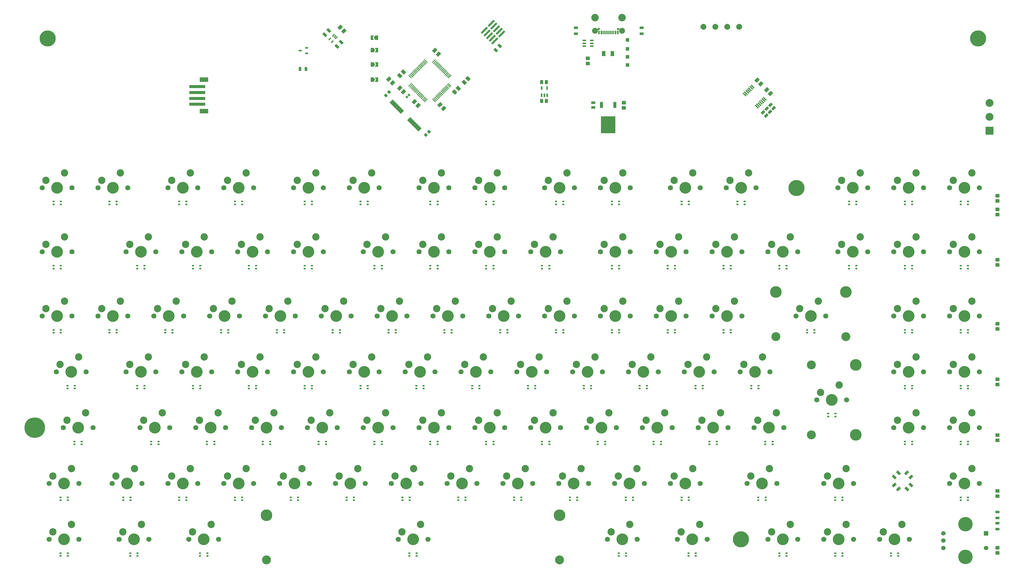
<source format=gts>
G04 #@! TF.GenerationSoftware,KiCad,Pcbnew,7.0.8*
G04 #@! TF.CreationDate,2024-02-16T20:15:50-06:00*
G04 #@! TF.ProjectId,VesselV3,56657373-656c-4563-932e-6b696361645f,3.0*
G04 #@! TF.SameCoordinates,Original*
G04 #@! TF.FileFunction,Soldermask,Top*
G04 #@! TF.FilePolarity,Negative*
%FSLAX46Y46*%
G04 Gerber Fmt 4.6, Leading zero omitted, Abs format (unit mm)*
G04 Created by KiCad (PCBNEW 7.0.8) date 2024-02-16 20:15:50*
%MOMM*%
%LPD*%
G01*
G04 APERTURE LIST*
G04 Aperture macros list*
%AMRoundRect*
0 Rectangle with rounded corners*
0 $1 Rounding radius*
0 $2 $3 $4 $5 $6 $7 $8 $9 X,Y pos of 4 corners*
0 Add a 4 corners polygon primitive as box body*
4,1,4,$2,$3,$4,$5,$6,$7,$8,$9,$2,$3,0*
0 Add four circle primitives for the rounded corners*
1,1,$1+$1,$2,$3*
1,1,$1+$1,$4,$5*
1,1,$1+$1,$6,$7*
1,1,$1+$1,$8,$9*
0 Add four rect primitives between the rounded corners*
20,1,$1+$1,$2,$3,$4,$5,0*
20,1,$1+$1,$4,$5,$6,$7,0*
20,1,$1+$1,$6,$7,$8,$9,0*
20,1,$1+$1,$8,$9,$2,$3,0*%
%AMRotRect*
0 Rectangle, with rotation*
0 The origin of the aperture is its center*
0 $1 length*
0 $2 width*
0 $3 Rotation angle, in degrees counterclockwise*
0 Add horizontal line*
21,1,$1,$2,0,0,$3*%
%AMFreePoly0*
4,1,6,1.000000,0.000000,0.500000,-0.750000,-0.500000,-0.750000,-0.500000,0.750000,0.500000,0.750000,1.000000,0.000000,1.000000,0.000000,$1*%
%AMFreePoly1*
4,1,6,0.500000,-0.750000,-0.650000,-0.750000,-0.150000,0.000000,-0.650000,0.750000,0.500000,0.750000,0.500000,-0.750000,0.500000,-0.750000,$1*%
G04 Aperture macros list end*
%ADD10RotRect,0.950000X1.450000X45.000000*%
%ADD11C,1.750000*%
%ADD12C,4.000000*%
%ADD13C,2.500000*%
%ADD14RotRect,1.150000X1.450000X45.000000*%
%ADD15R,0.647700X0.609600*%
%ADD16R,0.950000X1.450000*%
%ADD17FreePoly0,0.000000*%
%ADD18FreePoly1,0.000000*%
%ADD19RotRect,1.150000X1.450000X135.000000*%
%ADD20C,0.800000*%
%ADD21R,0.600000X1.250000*%
%ADD22R,0.300000X1.250000*%
%ADD23C,2.000000*%
%ADD24C,2.565000*%
%ADD25R,1.390000X0.910000*%
%ADD26R,1.200000X1.200000*%
%ADD27RotRect,0.650000X2.850000X135.000000*%
%ADD28RotRect,0.450000X1.475000X45.000000*%
%ADD29R,1.020000X1.470000*%
%ADD30RoundRect,0.102000X1.237500X-1.237500X1.237500X1.237500X-1.237500X1.237500X-1.237500X-1.237500X0*%
%ADD31C,2.679000*%
%ADD32R,1.450000X1.150000*%
%ADD33RotRect,0.910000X1.390000X315.000000*%
%ADD34R,1.000000X2.100000*%
%ADD35R,4.900000X5.850000*%
%ADD36R,1.220000X1.200000*%
%ADD37R,1.050000X0.600000*%
%ADD38RotRect,0.950000X1.000000X225.000000*%
%ADD39RotRect,0.300000X1.475000X135.000000*%
%ADD40RotRect,0.300000X1.475000X45.000000*%
%ADD41RotRect,1.150000X1.450000X315.000000*%
%ADD42FreePoly0,180.000000*%
%ADD43FreePoly1,180.000000*%
%ADD44C,3.048000*%
%ADD45C,3.987800*%
%ADD46R,1.450000X0.950000*%
%ADD47R,0.600000X1.200000*%
%ADD48R,1.400000X0.950000*%
%ADD49RotRect,0.950000X1.450000X135.000000*%
%ADD50C,7.000000*%
%ADD51C,5.500000*%
%ADD52RotRect,0.400000X1.050000X315.000000*%
%ADD53R,1.200000X0.600000*%
%ADD54RotRect,0.950000X1.400000X225.000000*%
%ADD55RotRect,1.150000X1.450000X225.000000*%
%ADD56RotRect,1.500000X5.500000X45.000000*%
%ADD57R,1.160000X1.820000*%
%ADD58R,1.500000X1.500000*%
%ADD59C,1.500000*%
%ADD60C,4.920000*%
%ADD61RoundRect,0.102000X0.031820X-0.392444X0.392444X-0.031820X-0.031820X0.392444X-0.392444X0.031820X0*%
%ADD62R,5.500000X1.000000*%
%ADD63R,3.000000X1.600000*%
G04 APERTURE END LIST*
D10*
X343136793Y-185928007D03*
X344551007Y-184513793D03*
D11*
X200025000Y-87153700D03*
D12*
X205105000Y-87153700D03*
D11*
X210185000Y-87153700D03*
D13*
X201295000Y-84613700D03*
X207645000Y-82073700D03*
D11*
X361950000Y-169068700D03*
D12*
X367030000Y-169068700D03*
D11*
X372110000Y-169068700D03*
D13*
X363220000Y-166528700D03*
X369570000Y-163988700D03*
D14*
X193037208Y-54485792D03*
X194310000Y-53213000D03*
D15*
X177673050Y-211868701D03*
X177673050Y-212868699D03*
X180149550Y-212868699D03*
X180149550Y-211868701D03*
D11*
X338137500Y-207168700D03*
D12*
X343217500Y-207168700D03*
D11*
X348297500Y-207168700D03*
D13*
X339407500Y-204628700D03*
X345757500Y-202088700D03*
D10*
X148772793Y-34961707D03*
X150187007Y-33547493D03*
D16*
X140329000Y-46615000D03*
X142329000Y-46615000D03*
D10*
X347382693Y-190009207D03*
X348796907Y-188594993D03*
D17*
X164999000Y-50295000D03*
D18*
X166449000Y-50295000D03*
D11*
X54768800Y-207168700D03*
D12*
X59848800Y-207168700D03*
D11*
X64928800Y-207168700D03*
D13*
X56038800Y-204628700D03*
X62388800Y-202088700D03*
D11*
X190500000Y-188118700D03*
D12*
X195580000Y-188118700D03*
D11*
X200660000Y-188118700D03*
D13*
X191770000Y-185578700D03*
X198120000Y-183038700D03*
D11*
X142875000Y-169068700D03*
D12*
X147955000Y-169068700D03*
D11*
X153035000Y-169068700D03*
D13*
X144145000Y-166528700D03*
X150495000Y-163988700D03*
D19*
X180595396Y-59056396D03*
X179322604Y-57783604D03*
D11*
X342900000Y-150018700D03*
D12*
X347980000Y-150018700D03*
D11*
X353060000Y-150018700D03*
D13*
X344170000Y-147478700D03*
X350520000Y-144938700D03*
D15*
X139668250Y-193818699D03*
X139668250Y-192818701D03*
X137191750Y-192818701D03*
X137191750Y-193818699D03*
D20*
X248880000Y-33023000D03*
X242280000Y-33023000D03*
D21*
X248780000Y-34158000D03*
X247980000Y-34158000D03*
D22*
X246830000Y-34158000D03*
X245830000Y-34158000D03*
X245330000Y-34158000D03*
X244330000Y-34158000D03*
D21*
X243180000Y-34158000D03*
X242380000Y-34158000D03*
D22*
X243830000Y-34158000D03*
X244830000Y-34158000D03*
X246330000Y-34158000D03*
X247330000Y-34158000D03*
D23*
X250190000Y-33583000D03*
X240970000Y-33583000D03*
D24*
X250190000Y-29083000D03*
X240970000Y-29083000D03*
D15*
X168243250Y-114761199D03*
X168243250Y-113761201D03*
X165766750Y-113761201D03*
X165766750Y-114761199D03*
X151479250Y-135668701D03*
X151479250Y-136668699D03*
X153955750Y-136668699D03*
X153955750Y-135668701D03*
X63373050Y-173768701D03*
X63373050Y-174768699D03*
X65849550Y-174768699D03*
X65849550Y-173768701D03*
D11*
X119062500Y-150018700D03*
D12*
X124142500Y-150018700D03*
D11*
X129222500Y-150018700D03*
D13*
X120332500Y-147478700D03*
X126682500Y-144938700D03*
D11*
X123825000Y-169068700D03*
D12*
X128905000Y-169068700D03*
D11*
X133985000Y-169068700D03*
D13*
X125095000Y-166528700D03*
X131445000Y-163988700D03*
D11*
X228600000Y-188118700D03*
D12*
X233680000Y-188118700D03*
D11*
X238760000Y-188118700D03*
D13*
X229870000Y-185578700D03*
X236220000Y-183038700D03*
D11*
X166687500Y-130968700D03*
D12*
X171767500Y-130968700D03*
D11*
X176847500Y-130968700D03*
D13*
X167957500Y-128428700D03*
X174307500Y-125888700D03*
D11*
X185737500Y-130968700D03*
D12*
X190817500Y-130968700D03*
D11*
X195897500Y-130968700D03*
D13*
X187007500Y-128428700D03*
X193357500Y-125888700D03*
D11*
X269081300Y-207168700D03*
D12*
X274161300Y-207168700D03*
D11*
X279241300Y-207168700D03*
D13*
X270351300Y-204628700D03*
X276701300Y-202088700D03*
D11*
X361950000Y-150018700D03*
D12*
X367030000Y-150018700D03*
D11*
X372110000Y-150018700D03*
D13*
X363220000Y-147478700D03*
X369570000Y-144938700D03*
D15*
X161004250Y-91853701D03*
X161004250Y-92853699D03*
X163480750Y-92853699D03*
X163480750Y-91853701D03*
D11*
X90487500Y-130968700D03*
D12*
X95567500Y-130968700D03*
D11*
X100647500Y-130968700D03*
D13*
X91757500Y-128428700D03*
X98107500Y-125888700D03*
D25*
X240393000Y-58130600D03*
X240393000Y-59770600D03*
D15*
X163480750Y-155718699D03*
X163480750Y-154718701D03*
X161004250Y-154718701D03*
X161004250Y-155718699D03*
D11*
X52387500Y-130968700D03*
D12*
X57467500Y-130968700D03*
D11*
X62547500Y-130968700D03*
D13*
X53657500Y-128428700D03*
X60007500Y-125888700D03*
D15*
X184816750Y-173768701D03*
X184816750Y-174768699D03*
X187293250Y-174768699D03*
X187293250Y-173768701D03*
X287305750Y-114761199D03*
X287305750Y-113761201D03*
X284829250Y-113761201D03*
X284829250Y-114761199D03*
X239680750Y-155718699D03*
X239680750Y-154718701D03*
X237204250Y-154718701D03*
X237204250Y-155718699D03*
D11*
X180975000Y-109061200D03*
D12*
X186055000Y-109061200D03*
D11*
X191135000Y-109061200D03*
D13*
X182245000Y-106521200D03*
X188595000Y-103981200D03*
D15*
X177768250Y-193818699D03*
X177768250Y-192818701D03*
X175291750Y-192818701D03*
X175291750Y-193818699D03*
D11*
X138112500Y-87153700D03*
D12*
X143192500Y-87153700D03*
D11*
X148272500Y-87153700D03*
D13*
X139382500Y-84613700D03*
X145732500Y-82073700D03*
D26*
X252095000Y-45269000D03*
X252095000Y-42469000D03*
D27*
X209187055Y-34689047D03*
X206818247Y-37057855D03*
X208289029Y-33791022D03*
X205920222Y-36159829D03*
X207391004Y-32892996D03*
X205022196Y-35261804D03*
X206492978Y-31994971D03*
X204124171Y-34363778D03*
X205594953Y-31096945D03*
X203226145Y-33465753D03*
D28*
X294784879Y-52632162D03*
X294325259Y-53091781D03*
X293865640Y-53551401D03*
X293406020Y-54011020D03*
X292946401Y-54470640D03*
X292486781Y-54930259D03*
X292027162Y-55389879D03*
X296182121Y-59544838D03*
X296641741Y-59085219D03*
X297101360Y-58625599D03*
X297560980Y-58165980D03*
X298020599Y-57706360D03*
X298480219Y-57246741D03*
X298939838Y-56787121D03*
D29*
X222769000Y-57575000D03*
X224389000Y-57575000D03*
D15*
X182530750Y-155718699D03*
X182530750Y-154718701D03*
X180054250Y-154718701D03*
X180054250Y-155718699D03*
D11*
X52387500Y-87153700D03*
D12*
X57467500Y-87153700D03*
D11*
X62547500Y-87153700D03*
D13*
X53657500Y-84613700D03*
X60007500Y-82073700D03*
D11*
X80962500Y-150018700D03*
D12*
X86042500Y-150018700D03*
D11*
X91122500Y-150018700D03*
D13*
X82232500Y-147478700D03*
X88582500Y-144938700D03*
D19*
X300863000Y-54991000D03*
X299590208Y-53718208D03*
D11*
X245268800Y-207168700D03*
D12*
X250348800Y-207168700D03*
D11*
X255428800Y-207168700D03*
D13*
X246538800Y-204628700D03*
X252888800Y-202088700D03*
D15*
X215868250Y-193818699D03*
X215868250Y-192818701D03*
X213391750Y-192818701D03*
X213391750Y-193818699D03*
X144430750Y-114761199D03*
X144430750Y-113761201D03*
X141954250Y-113761201D03*
X141954250Y-114761199D03*
D23*
X286117000Y-32232600D03*
D15*
X203866750Y-173768701D03*
X203866750Y-174768699D03*
X206343250Y-174768699D03*
X206343250Y-173768701D03*
X322929250Y-211868701D03*
X322929250Y-212868699D03*
X325405750Y-212868699D03*
X325405750Y-211868701D03*
D30*
X375651500Y-67742000D03*
D31*
X375651500Y-62992000D03*
X375651500Y-58242000D03*
D11*
X361950000Y-87153700D03*
D12*
X367030000Y-87153700D03*
D11*
X372110000Y-87153700D03*
D13*
X363220000Y-84613700D03*
X369570000Y-82073700D03*
D15*
X253968250Y-193818699D03*
X253968250Y-192818701D03*
X251491750Y-192818701D03*
X251491750Y-193818699D03*
X249110550Y-211868701D03*
X249110550Y-212868699D03*
X251587050Y-212868699D03*
X251587050Y-211868701D03*
D10*
X152963793Y-38898707D03*
X154378007Y-37484493D03*
D15*
X368268250Y-114761199D03*
X368268250Y-113761201D03*
X365791750Y-113761201D03*
X365791750Y-114761199D03*
X220630750Y-155718699D03*
X220630750Y-154718701D03*
X218154250Y-154718701D03*
X218154250Y-155718699D03*
D32*
X378333000Y-173377000D03*
X378333000Y-171577000D03*
D23*
X290167000Y-32232600D03*
D17*
X164996200Y-45125000D03*
D18*
X166446200Y-45125000D03*
D11*
X292893800Y-188118700D03*
D12*
X297973800Y-188118700D03*
D11*
X303053800Y-188118700D03*
D13*
X294163800Y-185578700D03*
X300513800Y-183038700D03*
D11*
X76200000Y-188118700D03*
D12*
X81280000Y-188118700D03*
D11*
X86360000Y-188118700D03*
D13*
X77470000Y-185578700D03*
X83820000Y-183038700D03*
D11*
X309562500Y-130968700D03*
D12*
X314642500Y-130968700D03*
D11*
X319722500Y-130968700D03*
D13*
X310832500Y-128428700D03*
X317182500Y-125888700D03*
D15*
X272923050Y-211868701D03*
X272923050Y-212868699D03*
X275399550Y-212868699D03*
X275399550Y-211868701D03*
D32*
X378333000Y-91694000D03*
X378333000Y-89894000D03*
X378333000Y-135382000D03*
X378333000Y-133582000D03*
D15*
X323024550Y-165243699D03*
X323024550Y-164243701D03*
X320548050Y-164243701D03*
X320548050Y-165243699D03*
X327691750Y-91853701D03*
X327691750Y-92853699D03*
X330168250Y-92853699D03*
X330168250Y-91853701D03*
X101568250Y-193818699D03*
X101568250Y-192818701D03*
X99091750Y-192818701D03*
X99091750Y-193818699D03*
D11*
X223837500Y-87153700D03*
D12*
X228917500Y-87153700D03*
D11*
X233997500Y-87153700D03*
D13*
X225107500Y-84613700D03*
X231457500Y-82073700D03*
D15*
X106330750Y-114761199D03*
X106330750Y-113761201D03*
X103854250Y-113761201D03*
X103854250Y-114761199D03*
D11*
X300037500Y-207168700D03*
D12*
X305117500Y-207168700D03*
D11*
X310197500Y-207168700D03*
D13*
X301307500Y-204628700D03*
X307657500Y-202088700D03*
D33*
X298276572Y-61421572D03*
X299436228Y-62581228D03*
D34*
X247771000Y-58896000D03*
X243211000Y-58896000D03*
D35*
X245491000Y-65696000D03*
D29*
X222779000Y-51145000D03*
X224399000Y-51145000D03*
D15*
X82518250Y-193818699D03*
X82518250Y-192818701D03*
X80041750Y-192818701D03*
X80041750Y-193818699D03*
X365791750Y-91853701D03*
X365791750Y-92853699D03*
X368268250Y-92853699D03*
X368268250Y-91853701D03*
X144430750Y-155718699D03*
X144430750Y-154718701D03*
X141954250Y-154718701D03*
X141954250Y-155718699D03*
D11*
X114300000Y-188118700D03*
D12*
X119380000Y-188118700D03*
D11*
X124460000Y-188118700D03*
D13*
X115570000Y-185578700D03*
X121920000Y-183038700D03*
D15*
X158718250Y-193818699D03*
X158718250Y-192818701D03*
X156241750Y-192818701D03*
X156241750Y-193818699D03*
D36*
X252095000Y-39803000D03*
X252095000Y-36703000D03*
D15*
X201580750Y-155718699D03*
X201580750Y-154718701D03*
X199104250Y-154718701D03*
X199104250Y-155718699D03*
X227679250Y-135668701D03*
X227679250Y-136668699D03*
X230155750Y-136668699D03*
X230155750Y-135668701D03*
D37*
X142579000Y-41315000D03*
X142579000Y-39415000D03*
X140379000Y-40365000D03*
D38*
X170718485Y-54538415D03*
X169587115Y-55669785D03*
D32*
X238506000Y-43002200D03*
X238506000Y-44802200D03*
D11*
X171450000Y-188118700D03*
D12*
X176530000Y-188118700D03*
D11*
X181610000Y-188118700D03*
D13*
X172720000Y-185578700D03*
X179070000Y-183038700D03*
D17*
X164996200Y-40225000D03*
D18*
X166446200Y-40225000D03*
D39*
X177948971Y-52078728D03*
X178302524Y-52432282D03*
X178656078Y-52785835D03*
X179009631Y-53139388D03*
X179363184Y-53492942D03*
X179716738Y-53846495D03*
X180070291Y-54200049D03*
X180423845Y-54553602D03*
X180777398Y-54907155D03*
X181130951Y-55260709D03*
X181484505Y-55614262D03*
X181838058Y-55967816D03*
X182191612Y-56321369D03*
X182545165Y-56674922D03*
X182898718Y-57028476D03*
X183252272Y-57382029D03*
D40*
X186063728Y-57382029D03*
X186417282Y-57028476D03*
X186770835Y-56674922D03*
X187124388Y-56321369D03*
X187477942Y-55967816D03*
X187831495Y-55614262D03*
X188185049Y-55260709D03*
X188538602Y-54907155D03*
X188892155Y-54553602D03*
X189245709Y-54200049D03*
X189599262Y-53846495D03*
X189952816Y-53492942D03*
X190306369Y-53139388D03*
X190659922Y-52785835D03*
X191013476Y-52432282D03*
X191367029Y-52078728D03*
D39*
X191367029Y-49267272D03*
X191013476Y-48913718D03*
X190659922Y-48560165D03*
X190306369Y-48206612D03*
X189952816Y-47853058D03*
X189599262Y-47499505D03*
X189245709Y-47145951D03*
X188892155Y-46792398D03*
X188538602Y-46438845D03*
X188185049Y-46085291D03*
X187831495Y-45731738D03*
X187477942Y-45378184D03*
X187124388Y-45024631D03*
X186770835Y-44671078D03*
X186417282Y-44317524D03*
X186063728Y-43963971D03*
D40*
X183252272Y-43963971D03*
X182898718Y-44317524D03*
X182545165Y-44671078D03*
X182191612Y-45024631D03*
X181838058Y-45378184D03*
X181484505Y-45731738D03*
X181130951Y-46085291D03*
X180777398Y-46438845D03*
X180423845Y-46792398D03*
X180070291Y-47145951D03*
X179716738Y-47499505D03*
X179363184Y-47853058D03*
X179009631Y-48206612D03*
X178656078Y-48560165D03*
X178302524Y-48913718D03*
X177948971Y-49267272D03*
D11*
X247650000Y-188118700D03*
D12*
X252730000Y-188118700D03*
D11*
X257810000Y-188118700D03*
D13*
X248920000Y-185578700D03*
X255270000Y-183038700D03*
D11*
X319087500Y-188118700D03*
D12*
X324167500Y-188118700D03*
D11*
X329247500Y-188118700D03*
D13*
X320357500Y-185578700D03*
X326707500Y-183038700D03*
D15*
X75279250Y-91853701D03*
X75279250Y-92853699D03*
X77755750Y-92853699D03*
X77755750Y-91853701D03*
D41*
X296291000Y-50419000D03*
X297563792Y-51691792D03*
D11*
X157162500Y-150018700D03*
D12*
X162242500Y-150018700D03*
D11*
X167322500Y-150018700D03*
D13*
X158432500Y-147478700D03*
X164782500Y-144938700D03*
D15*
X365791750Y-173768701D03*
X365791750Y-174768699D03*
X368268250Y-174768699D03*
X368268250Y-173768701D03*
D32*
X378333000Y-113560000D03*
X378333000Y-111760000D03*
D15*
X325405750Y-193818699D03*
X325405750Y-192818701D03*
X322929250Y-192818701D03*
X322929250Y-193818699D03*
D38*
X184376785Y-68058115D03*
X183245415Y-69189485D03*
D15*
X75279250Y-135668701D03*
X75279250Y-136668699D03*
X77755750Y-136668699D03*
X77755750Y-135668701D03*
X165766750Y-173768701D03*
X165766750Y-174768699D03*
X168243250Y-174768699D03*
X168243250Y-173768701D03*
D11*
X52387500Y-109061200D03*
D12*
X57467500Y-109061200D03*
D11*
X62547500Y-109061200D03*
D13*
X53657500Y-106521200D03*
X60007500Y-103981200D03*
D11*
X290512500Y-150018700D03*
D12*
X295592500Y-150018700D03*
D11*
X300672500Y-150018700D03*
D13*
X291782500Y-147478700D03*
X298132500Y-144938700D03*
D15*
X89566750Y-173768701D03*
X89566750Y-174768699D03*
X92043250Y-174768699D03*
X92043250Y-173768701D03*
D42*
X166448400Y-35941000D03*
D43*
X164998400Y-35941000D03*
D15*
X63468250Y-155718699D03*
X63468250Y-154718701D03*
X60991750Y-154718701D03*
X60991750Y-155718699D03*
D11*
X342900000Y-109061200D03*
D12*
X347980000Y-109061200D03*
D11*
X353060000Y-109061200D03*
D13*
X344170000Y-106521200D03*
X350520000Y-103981200D03*
D44*
X326580500Y-137953700D03*
D45*
X326580500Y-122743700D03*
D44*
X302704500Y-137953700D03*
D45*
X302704500Y-122743700D03*
D11*
X219075000Y-109061200D03*
D12*
X224155000Y-109061200D03*
D11*
X229235000Y-109061200D03*
D13*
X220345000Y-106521200D03*
X226695000Y-103981200D03*
D15*
X99091750Y-91853701D03*
X99091750Y-92853699D03*
X101568250Y-92853699D03*
X101568250Y-91853701D03*
D11*
X157162500Y-87153700D03*
D12*
X162242500Y-87153700D03*
D11*
X167322500Y-87153700D03*
D13*
X158432500Y-84613700D03*
X164782500Y-82073700D03*
D11*
X80962500Y-109061200D03*
D12*
X86042500Y-109061200D03*
D11*
X91122500Y-109061200D03*
D13*
X82232500Y-106521200D03*
X88582500Y-103981200D03*
D15*
X368268250Y-193818699D03*
X368268250Y-192818701D03*
X365791750Y-192818701D03*
X365791750Y-193818699D03*
D11*
X114300000Y-87153700D03*
D12*
X119380000Y-87153700D03*
D11*
X124460000Y-87153700D03*
D13*
X115570000Y-84613700D03*
X121920000Y-82073700D03*
D11*
X180975000Y-169068700D03*
D12*
X186055000Y-169068700D03*
D11*
X191135000Y-169068700D03*
D13*
X182245000Y-166528700D03*
X188595000Y-163988700D03*
D11*
X261937500Y-130968700D03*
D12*
X267017500Y-130968700D03*
D11*
X272097500Y-130968700D03*
D13*
X263207500Y-128428700D03*
X269557500Y-125888700D03*
D15*
X196818250Y-193818699D03*
X196818250Y-192818701D03*
X194341750Y-192818701D03*
X194341750Y-193818699D03*
X146716750Y-173768701D03*
X146716750Y-174768699D03*
X149193250Y-174768699D03*
X149193250Y-173768701D03*
D11*
X119062500Y-109061200D03*
D12*
X124142500Y-109061200D03*
D11*
X129222500Y-109061200D03*
D13*
X120332500Y-106521200D03*
X126682500Y-103981200D03*
D11*
X271462500Y-150018700D03*
D12*
X276542500Y-150018700D03*
D11*
X281622500Y-150018700D03*
D13*
X272732500Y-147478700D03*
X279082500Y-144938700D03*
D46*
X378333000Y-199882000D03*
X378333000Y-197882000D03*
D33*
X299546572Y-60151572D03*
X300706228Y-61311228D03*
D11*
X223837500Y-130968700D03*
D12*
X228917500Y-130968700D03*
D11*
X233997500Y-130968700D03*
D13*
X225107500Y-128428700D03*
X231457500Y-125888700D03*
D11*
X204787500Y-130968700D03*
D12*
X209867500Y-130968700D03*
D11*
X214947500Y-130968700D03*
D13*
X206057500Y-128428700D03*
X212407500Y-125888700D03*
D15*
X241966750Y-173768701D03*
X241966750Y-174768699D03*
X244443250Y-174768699D03*
X244443250Y-173768701D03*
X125380750Y-155718699D03*
X125380750Y-154718701D03*
X122904250Y-154718701D03*
X122904250Y-155718699D03*
D11*
X161925000Y-109061200D03*
D12*
X167005000Y-109061200D03*
D11*
X172085000Y-109061200D03*
D13*
X163195000Y-106521200D03*
X169545000Y-103981200D03*
D33*
X300816572Y-58881572D03*
X301976228Y-60041228D03*
D11*
X316706300Y-159543700D03*
D12*
X321786300Y-159543700D03*
D11*
X326866300Y-159543700D03*
D13*
X317976300Y-157003700D03*
X324326300Y-154463700D03*
D47*
X222779000Y-55625000D03*
X223729000Y-55625000D03*
X224679000Y-55625000D03*
X224679000Y-53125000D03*
X222779000Y-53125000D03*
D15*
X341979250Y-211868701D03*
X341979250Y-212868699D03*
X344455750Y-212868699D03*
X344455750Y-211868701D03*
D48*
X256921000Y-34613600D03*
X256921000Y-32613600D03*
D49*
X348742007Y-185928007D03*
X347327793Y-184513793D03*
D50*
X49784000Y-169025000D03*
D15*
X296830750Y-155718699D03*
X296830750Y-154718701D03*
X294354250Y-154718701D03*
X294354250Y-155718699D03*
X268255750Y-114761199D03*
X268255750Y-113761201D03*
X265779250Y-113761201D03*
X265779250Y-114761199D03*
D44*
X314801300Y-171481700D03*
D45*
X330011300Y-171481700D03*
D44*
X314801300Y-147605700D03*
D45*
X330011300Y-147605700D03*
D15*
X303879250Y-211868701D03*
X303879250Y-212868699D03*
X306355750Y-212868699D03*
X306355750Y-211868701D03*
X346741750Y-173768701D03*
X346741750Y-174768699D03*
X349218250Y-174768699D03*
X349218250Y-173768701D03*
D11*
X280987500Y-109061200D03*
D12*
X286067500Y-109061200D03*
D11*
X291147500Y-109061200D03*
D13*
X282257500Y-106521200D03*
X288607500Y-103981200D03*
D23*
X282067000Y-32232600D03*
D11*
X133350000Y-188118700D03*
D12*
X138430000Y-188118700D03*
D11*
X143510000Y-188118700D03*
D13*
X134620000Y-185578700D03*
X140970000Y-183038700D03*
D15*
X141954250Y-91853701D03*
X141954250Y-92853699D03*
X144430750Y-92853699D03*
X144430750Y-91853701D03*
X258730750Y-155718699D03*
X258730750Y-154718701D03*
X256254250Y-154718701D03*
X256254250Y-155718699D03*
D51*
X371729000Y-36195000D03*
D11*
X200025000Y-169068700D03*
D12*
X205105000Y-169068700D03*
D11*
X210185000Y-169068700D03*
D13*
X201295000Y-166528700D03*
X207645000Y-163988700D03*
D15*
X299212050Y-193818699D03*
X299212050Y-192818701D03*
X296735550Y-192818701D03*
X296735550Y-193818699D03*
D41*
X186309000Y-40259000D03*
X187581792Y-41531792D03*
D11*
X102393800Y-207168700D03*
D12*
X107473800Y-207168700D03*
D11*
X112553800Y-207168700D03*
D13*
X103663800Y-204628700D03*
X110013800Y-202088700D03*
D11*
X300037500Y-109061200D03*
D12*
X305117500Y-109061200D03*
D11*
X310197500Y-109061200D03*
D13*
X301307500Y-106521200D03*
X307657500Y-103981200D03*
D15*
X234918250Y-193818699D03*
X234918250Y-192818701D03*
X232441750Y-192818701D03*
X232441750Y-193818699D03*
D19*
X155321000Y-33655000D03*
X154048208Y-32382208D03*
D11*
X138112500Y-150018700D03*
D12*
X143192500Y-150018700D03*
D11*
X148272500Y-150018700D03*
D13*
X139382500Y-147478700D03*
X145732500Y-144938700D03*
D15*
X184816750Y-91853701D03*
X184816750Y-92853699D03*
X187293250Y-92853699D03*
X187293250Y-91853701D03*
D11*
X195262500Y-150018700D03*
D12*
X200342500Y-150018700D03*
D11*
X205422500Y-150018700D03*
D13*
X196532500Y-147478700D03*
X202882500Y-144938700D03*
D15*
X58705750Y-114761199D03*
X58705750Y-113761201D03*
X56229250Y-113761201D03*
X56229250Y-114761199D03*
X56229250Y-91853701D03*
X56229250Y-92853699D03*
X58705750Y-92853699D03*
X58705750Y-91853701D03*
D11*
X71437500Y-130968700D03*
D12*
X76517500Y-130968700D03*
D11*
X81597500Y-130968700D03*
D13*
X72707500Y-128428700D03*
X79057500Y-125888700D03*
D11*
X276225000Y-169068700D03*
D12*
X281305000Y-169068700D03*
D11*
X286385000Y-169068700D03*
D13*
X277495000Y-166528700D03*
X283845000Y-163988700D03*
D11*
X342900000Y-130968700D03*
D12*
X347980000Y-130968700D03*
D11*
X353060000Y-130968700D03*
D13*
X344170000Y-128428700D03*
X350520000Y-125888700D03*
D11*
X152400000Y-188118700D03*
D12*
X157480000Y-188118700D03*
D11*
X162560000Y-188118700D03*
D13*
X153670000Y-185578700D03*
X160020000Y-183038700D03*
D11*
X214312500Y-150018700D03*
D12*
X219392500Y-150018700D03*
D11*
X224472500Y-150018700D03*
D13*
X215582500Y-147478700D03*
X221932500Y-144938700D03*
D11*
X161925000Y-169068700D03*
D12*
X167005000Y-169068700D03*
D11*
X172085000Y-169068700D03*
D13*
X163195000Y-166528700D03*
X169545000Y-163988700D03*
D23*
X278017000Y-32232600D03*
D11*
X266700000Y-87153700D03*
D12*
X271780000Y-87153700D03*
D11*
X276860000Y-87153700D03*
D13*
X267970000Y-84613700D03*
X274320000Y-82073700D03*
D15*
X208629250Y-135668701D03*
X208629250Y-136668699D03*
X211105750Y-136668699D03*
X211105750Y-135668701D03*
X189579250Y-135668701D03*
X189579250Y-136668699D03*
X192055750Y-136668699D03*
X192055750Y-135668701D03*
D11*
X54768800Y-188118700D03*
D12*
X59848800Y-188118700D03*
D11*
X64928800Y-188118700D03*
D13*
X56038800Y-185578700D03*
X62388800Y-183038700D03*
D15*
X127666750Y-173768701D03*
X127666750Y-174768699D03*
X130143250Y-174768699D03*
X130143250Y-173768701D03*
D11*
X147637500Y-130968700D03*
D12*
X152717500Y-130968700D03*
D11*
X157797500Y-130968700D03*
D13*
X148907500Y-128428700D03*
X155257500Y-125888700D03*
D52*
X152715371Y-36002368D03*
X152255751Y-35542749D03*
X151796132Y-35083129D03*
X150452629Y-36426632D03*
X151371868Y-37345871D03*
D51*
X54229000Y-36195000D03*
D11*
X361950000Y-188118700D03*
D12*
X367030000Y-188118700D03*
D11*
X372110000Y-188118700D03*
D13*
X363220000Y-185578700D03*
X369570000Y-183038700D03*
D15*
X246729250Y-91853701D03*
X246729250Y-92853699D03*
X249205750Y-92853699D03*
X249205750Y-91853701D03*
D11*
X95250000Y-87153700D03*
D12*
X100330000Y-87153700D03*
D11*
X105410000Y-87153700D03*
D13*
X96520000Y-84613700D03*
X102870000Y-82073700D03*
D14*
X196339208Y-51183792D03*
X197612000Y-49911000D03*
D11*
X323850000Y-109061200D03*
D12*
X328930000Y-109061200D03*
D11*
X334010000Y-109061200D03*
D13*
X325120000Y-106521200D03*
X331470000Y-103981200D03*
D15*
X306355750Y-114761199D03*
X306355750Y-113761201D03*
X303879250Y-113761201D03*
X303879250Y-114761199D03*
D11*
X173831300Y-207168700D03*
D12*
X178911300Y-207168700D03*
D11*
X183991300Y-207168700D03*
D13*
X175101300Y-204628700D03*
X181451300Y-202088700D03*
D11*
X95250000Y-188118700D03*
D12*
X100330000Y-188118700D03*
D11*
X105410000Y-188118700D03*
D13*
X96520000Y-185578700D03*
X102870000Y-183038700D03*
D15*
X346741750Y-91853701D03*
X346741750Y-92853699D03*
X349218250Y-92853699D03*
X349218250Y-91853701D03*
D11*
X209550000Y-188118700D03*
D12*
X214630000Y-188118700D03*
D11*
X219710000Y-188118700D03*
D13*
X210820000Y-185578700D03*
X217170000Y-183038700D03*
D15*
X82423050Y-211868701D03*
X82423050Y-212868699D03*
X84899550Y-212868699D03*
X84899550Y-211868701D03*
D11*
X280987500Y-130968700D03*
D12*
X286067500Y-130968700D03*
D11*
X291147500Y-130968700D03*
D13*
X282257500Y-128428700D03*
X288607500Y-125888700D03*
D15*
X365791750Y-135668701D03*
X365791750Y-136668699D03*
X368268250Y-136668699D03*
X368268250Y-135668701D03*
X273018250Y-193818699D03*
X273018250Y-192818701D03*
X270541750Y-192818701D03*
X270541750Y-193818699D03*
X120618250Y-193818699D03*
X120618250Y-192818701D03*
X118141750Y-192818701D03*
X118141750Y-193818699D03*
X368268250Y-155718699D03*
X368268250Y-154718701D03*
X365791750Y-154718701D03*
X365791750Y-155718699D03*
X58610550Y-211868701D03*
X58610550Y-212868699D03*
X61087050Y-212868699D03*
X61087050Y-211868701D03*
X87280750Y-155718699D03*
X87280750Y-154718701D03*
X84804250Y-154718701D03*
X84804250Y-155718699D03*
D32*
X378333000Y-154327000D03*
X378333000Y-152527000D03*
D11*
X361950000Y-109061200D03*
D12*
X367030000Y-109061200D03*
D11*
X372110000Y-109061200D03*
D13*
X363220000Y-106521200D03*
X369570000Y-103981200D03*
D48*
X234442000Y-34613000D03*
X234442000Y-32613000D03*
D15*
X225393250Y-114761199D03*
X225393250Y-113761201D03*
X222916750Y-113761201D03*
X222916750Y-114761199D03*
X106330750Y-155718699D03*
X106330750Y-154718701D03*
X103854250Y-154718701D03*
X103854250Y-155718699D03*
X265779250Y-135668701D03*
X265779250Y-136668699D03*
X268255750Y-136668699D03*
X268255750Y-135668701D03*
X246729250Y-135668701D03*
X246729250Y-136668699D03*
X249205750Y-136668699D03*
X249205750Y-135668701D03*
D32*
X378333000Y-211836000D03*
X378333000Y-210036000D03*
D53*
X239863000Y-38836600D03*
X239863000Y-37886600D03*
X239863000Y-36936600D03*
X237363000Y-36936600D03*
X237363000Y-37886600D03*
X237363000Y-38836600D03*
D32*
X250825000Y-58169400D03*
X250825000Y-59969400D03*
D15*
X106235550Y-211868701D03*
X106235550Y-212868699D03*
X108712050Y-212868699D03*
X108712050Y-211868701D03*
D11*
X219075000Y-169068700D03*
D12*
X224155000Y-169068700D03*
D11*
X229235000Y-169068700D03*
D13*
X220345000Y-166528700D03*
X226695000Y-163988700D03*
D44*
X228911300Y-214153700D03*
D45*
X228911300Y-198943700D03*
D44*
X128911300Y-214153700D03*
D45*
X128911300Y-198943700D03*
D11*
X261937500Y-109061200D03*
D12*
X267017500Y-109061200D03*
D11*
X272097500Y-109061200D03*
D13*
X263207500Y-106521200D03*
X269557500Y-103981200D03*
D15*
X94329250Y-135668701D03*
X94329250Y-136668699D03*
X96805750Y-136668699D03*
X96805750Y-135668701D03*
X61087050Y-193818699D03*
X61087050Y-192818701D03*
X58610550Y-192818701D03*
X58610550Y-193818699D03*
D11*
X342900000Y-169068700D03*
D12*
X347980000Y-169068700D03*
D11*
X353060000Y-169068700D03*
D13*
X344170000Y-166528700D03*
X350520000Y-163988700D03*
D15*
X118141750Y-91853701D03*
X118141750Y-92853699D03*
X120618250Y-92853699D03*
X120618250Y-91853701D03*
X280066750Y-173768701D03*
X280066750Y-174768699D03*
X282543250Y-174768699D03*
X282543250Y-173768701D03*
X277780750Y-155718699D03*
X277780750Y-154718701D03*
X275304250Y-154718701D03*
X275304250Y-155718699D03*
D54*
X208515707Y-38767693D03*
X207101493Y-40181907D03*
D15*
X108616750Y-173768701D03*
X108616750Y-174768699D03*
X111093250Y-174768699D03*
X111093250Y-173768701D03*
D51*
X290819000Y-207137000D03*
D15*
X289591750Y-91853701D03*
X289591750Y-92853699D03*
X292068250Y-92853699D03*
X292068250Y-91853701D03*
D19*
X171921792Y-51387792D03*
X170649000Y-50115000D03*
D15*
X187293250Y-114761199D03*
X187293250Y-113761201D03*
X184816750Y-113761201D03*
X184816750Y-114761199D03*
X113379250Y-135668701D03*
X113379250Y-136668699D03*
X115855750Y-136668699D03*
X115855750Y-135668701D03*
D11*
X176212500Y-150018700D03*
D12*
X181292500Y-150018700D03*
D11*
X186372500Y-150018700D03*
D13*
X177482500Y-147478700D03*
X183832500Y-144938700D03*
D49*
X344551007Y-190009207D03*
X343136793Y-188594993D03*
D15*
X125380750Y-114761199D03*
X125380750Y-113761201D03*
X122904250Y-113761201D03*
X122904250Y-114761199D03*
D11*
X104775000Y-169068700D03*
D12*
X109855000Y-169068700D03*
D11*
X114935000Y-169068700D03*
D13*
X106045000Y-166528700D03*
X112395000Y-163988700D03*
D15*
X330168250Y-114761199D03*
X330168250Y-113761201D03*
X327691750Y-113761201D03*
X327691750Y-114761199D03*
D46*
X378333000Y-203692000D03*
X378333000Y-201692000D03*
D11*
X242887500Y-130968700D03*
D12*
X247967500Y-130968700D03*
D11*
X253047500Y-130968700D03*
D13*
X244157500Y-128428700D03*
X250507500Y-125888700D03*
D11*
X138112500Y-109061200D03*
D12*
X143192500Y-109061200D03*
D11*
X148272500Y-109061200D03*
D13*
X139382500Y-106521200D03*
X145732500Y-103981200D03*
D11*
X57150000Y-150018700D03*
D12*
X62230000Y-150018700D03*
D11*
X67310000Y-150018700D03*
D13*
X58420000Y-147478700D03*
X64770000Y-144938700D03*
D15*
X349218250Y-155718699D03*
X349218250Y-154718701D03*
X346741750Y-154718701D03*
X346741750Y-155718699D03*
D11*
X238125000Y-169068700D03*
D12*
X243205000Y-169068700D03*
D11*
X248285000Y-169068700D03*
D13*
X239395000Y-166528700D03*
X245745000Y-163988700D03*
D11*
X257175000Y-169068700D03*
D12*
X262255000Y-169068700D03*
D11*
X267335000Y-169068700D03*
D13*
X258445000Y-166528700D03*
X264795000Y-163988700D03*
D19*
X175615600Y-54432200D03*
X174342808Y-53159408D03*
D11*
X100012500Y-150018700D03*
D12*
X105092500Y-150018700D03*
D11*
X110172500Y-150018700D03*
D13*
X101282500Y-147478700D03*
X107632500Y-144938700D03*
D15*
X313404250Y-135668701D03*
X313404250Y-136668699D03*
X315880750Y-136668699D03*
X315880750Y-135668701D03*
D11*
X242887500Y-109061200D03*
D12*
X247967500Y-109061200D03*
D11*
X253047500Y-109061200D03*
D13*
X244157500Y-106521200D03*
X250507500Y-103981200D03*
D11*
X109537500Y-130968700D03*
D12*
X114617500Y-130968700D03*
D11*
X119697500Y-130968700D03*
D13*
X110807500Y-128428700D03*
X117157500Y-125888700D03*
D32*
X378333000Y-192416000D03*
X378333000Y-190616000D03*
D11*
X200025000Y-109061200D03*
D12*
X205105000Y-109061200D03*
D11*
X210185000Y-109061200D03*
D13*
X201295000Y-106521200D03*
X207645000Y-103981200D03*
D15*
X261016750Y-173768701D03*
X261016750Y-174768699D03*
X263493250Y-174768699D03*
X263493250Y-173768701D03*
D11*
X323850000Y-87153700D03*
D12*
X328930000Y-87153700D03*
D11*
X334010000Y-87153700D03*
D13*
X325120000Y-84613700D03*
X331470000Y-82073700D03*
D55*
X175641000Y-47625000D03*
X174368208Y-48897792D03*
D41*
X188087000Y-58801000D03*
X189359792Y-60073792D03*
D11*
X71437500Y-87153700D03*
D12*
X76517500Y-87153700D03*
D11*
X81597500Y-87153700D03*
D13*
X72707500Y-84613700D03*
X79057500Y-82073700D03*
D15*
X249205750Y-114761199D03*
X249205750Y-113761201D03*
X246729250Y-113761201D03*
X246729250Y-114761199D03*
D11*
X361950000Y-130968700D03*
D12*
X367030000Y-130968700D03*
D11*
X372110000Y-130968700D03*
D13*
X363220000Y-128428700D03*
X369570000Y-125888700D03*
D15*
X227679250Y-91853701D03*
X227679250Y-92853699D03*
X230155750Y-92853699D03*
X230155750Y-91853701D03*
X349218250Y-114761199D03*
X349218250Y-113761201D03*
X346741750Y-113761201D03*
X346741750Y-114761199D03*
D11*
X78581300Y-207168700D03*
D12*
X83661300Y-207168700D03*
D11*
X88741300Y-207168700D03*
D13*
X79851300Y-204628700D03*
X86201300Y-202088700D03*
D11*
X85725000Y-169068700D03*
D12*
X90805000Y-169068700D03*
D11*
X95885000Y-169068700D03*
D13*
X86995000Y-166528700D03*
X93345000Y-163988700D03*
D11*
X100012500Y-109061200D03*
D12*
X105092500Y-109061200D03*
D11*
X110172500Y-109061200D03*
D13*
X101282500Y-106521200D03*
X107632500Y-103981200D03*
D15*
X346741750Y-135668701D03*
X346741750Y-136668699D03*
X349218250Y-136668699D03*
X349218250Y-135668701D03*
D11*
X319087500Y-207168700D03*
D12*
X324167500Y-207168700D03*
D11*
X329247500Y-207168700D03*
D13*
X320357500Y-204628700D03*
X326707500Y-202088700D03*
D56*
X173386096Y-59477296D03*
X179396504Y-65487704D03*
D15*
X284829250Y-135668701D03*
X284829250Y-136668699D03*
X287305750Y-136668699D03*
X287305750Y-135668701D03*
D11*
X285750000Y-87153700D03*
D12*
X290830000Y-87153700D03*
D11*
X295910000Y-87153700D03*
D13*
X287020000Y-84613700D03*
X293370000Y-82073700D03*
D15*
X206343250Y-114761199D03*
X206343250Y-113761201D03*
X203866750Y-113761201D03*
X203866750Y-114761199D03*
D11*
X180975000Y-87153700D03*
D12*
X186055000Y-87153700D03*
D11*
X191135000Y-87153700D03*
D13*
X182245000Y-84613700D03*
X188595000Y-82073700D03*
D57*
X243938000Y-41402000D03*
X246888000Y-41402000D03*
D11*
X242887500Y-87153700D03*
D12*
X247967500Y-87153700D03*
D11*
X253047500Y-87153700D03*
D13*
X244157500Y-84613700D03*
X250507500Y-82073700D03*
D15*
X132429250Y-135668701D03*
X132429250Y-136668699D03*
X134905750Y-136668699D03*
X134905750Y-135668701D03*
D11*
X252412500Y-150018700D03*
D12*
X257492500Y-150018700D03*
D11*
X262572500Y-150018700D03*
D13*
X253682500Y-147478700D03*
X260032500Y-144938700D03*
D58*
X374396000Y-205115000D03*
D59*
X374396000Y-210115000D03*
X359896000Y-205115000D03*
X359896000Y-210115000D03*
X359896000Y-207615000D03*
D60*
X367396000Y-202015000D03*
X367396000Y-213215000D03*
D15*
X56229250Y-135668701D03*
X56229250Y-136668699D03*
X58705750Y-136668699D03*
X58705750Y-135668701D03*
D11*
X128587500Y-130968700D03*
D12*
X133667500Y-130968700D03*
D11*
X138747500Y-130968700D03*
D13*
X129857500Y-128428700D03*
X136207500Y-125888700D03*
D32*
X378333000Y-94542200D03*
X378333000Y-96342200D03*
D51*
X309753000Y-87249000D03*
D11*
X266700000Y-188118700D03*
D12*
X271780000Y-188118700D03*
D11*
X276860000Y-188118700D03*
D13*
X267970000Y-185578700D03*
X274320000Y-183038700D03*
D61*
X176837590Y-56207410D03*
X177495200Y-55549800D03*
D15*
X87280750Y-114761199D03*
X87280750Y-113761201D03*
X84804250Y-113761201D03*
X84804250Y-114761199D03*
X170529250Y-135668701D03*
X170529250Y-136668699D03*
X173005750Y-136668699D03*
X173005750Y-135668701D03*
D11*
X59531300Y-169068700D03*
D12*
X64611300Y-169068700D03*
D11*
X69691300Y-169068700D03*
D13*
X60801300Y-166528700D03*
X67151300Y-163988700D03*
D11*
X342900000Y-87153700D03*
D12*
X347980000Y-87153700D03*
D11*
X353060000Y-87153700D03*
D13*
X344170000Y-84613700D03*
X350520000Y-82073700D03*
D15*
X222916750Y-173768701D03*
X222916750Y-174768699D03*
X225393250Y-174768699D03*
X225393250Y-173768701D03*
X270541750Y-91853701D03*
X270541750Y-92853699D03*
X273018250Y-92853699D03*
X273018250Y-91853701D03*
X203866750Y-91853701D03*
X203866750Y-92853699D03*
X206343250Y-92853699D03*
X206343250Y-91853701D03*
D11*
X295275000Y-169068700D03*
D12*
X300355000Y-169068700D03*
D11*
X305435000Y-169068700D03*
D13*
X296545000Y-166528700D03*
X302895000Y-163988700D03*
D62*
X105283000Y-52674000D03*
X105283000Y-54674000D03*
X105283000Y-56674000D03*
X105283000Y-58674000D03*
D63*
X107533000Y-50274000D03*
X107533000Y-61074000D03*
D11*
X233362500Y-150018700D03*
D12*
X238442500Y-150018700D03*
D11*
X243522500Y-150018700D03*
D13*
X234632500Y-147478700D03*
X240982500Y-144938700D03*
D15*
X299116750Y-173768701D03*
X299116750Y-174768699D03*
X301593250Y-174768699D03*
X301593250Y-173768701D03*
M02*

</source>
